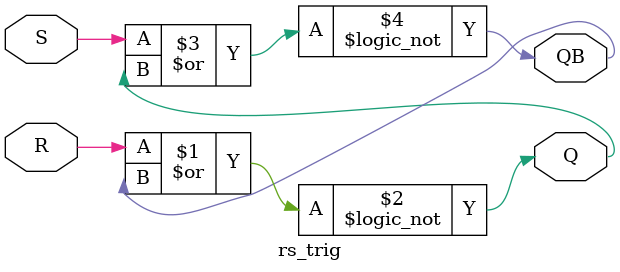
<source format=sv>
`timescale 1ns / 1ps
module rs_trig (
	input  wire R, S,
	output wire Q, QB
);

assign Q  = !(R | QB);
assign QB = !(S | Q );

endmodule: rs_trig

</source>
